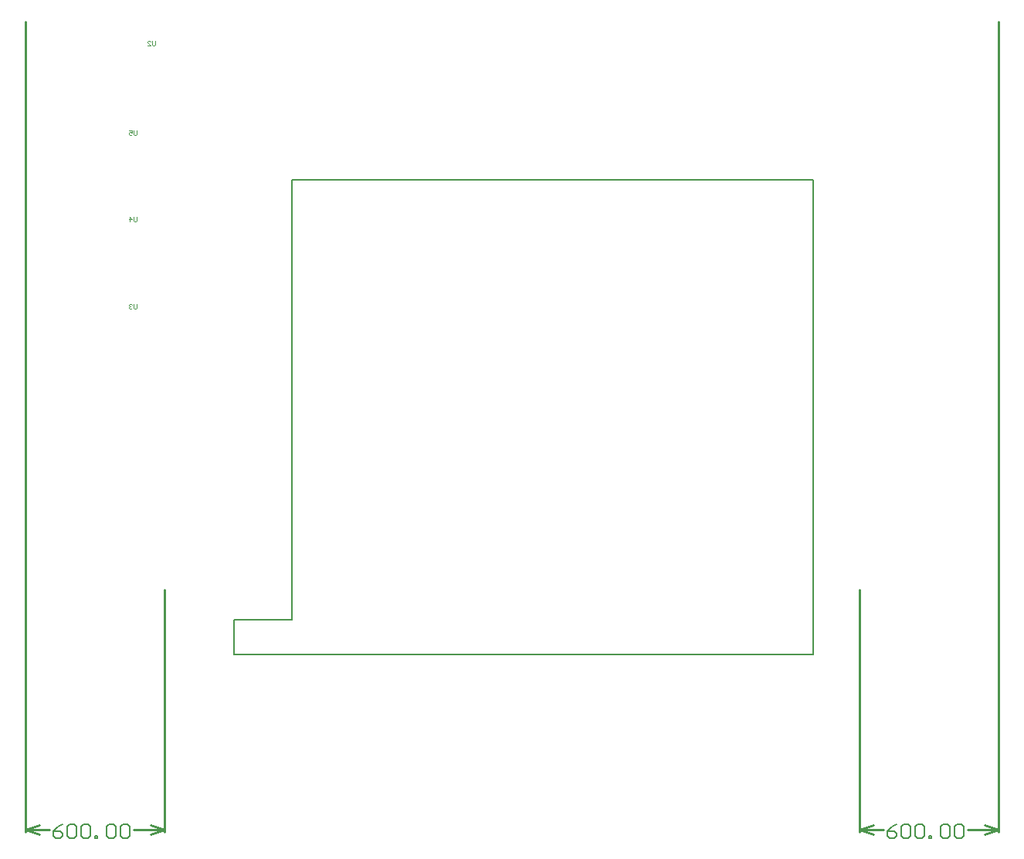
<source format=gbr>
%TF.GenerationSoftware,Altium Limited,Altium Designer,19.1.7 (138)*%
G04 Layer_Color=16711935*
%FSLAX26Y26*%
%MOIN*%
%TF.FileFunction,Other,Mechanical_1*%
%TF.Part,Single*%
G01*
G75*
%TA.AperFunction,NonConductor*%
%ADD49C,0.003937*%
%ADD74C,0.010000*%
%ADD76C,0.006000*%
D49*
X1560000Y4354679D02*
Y4338280D01*
X1556720Y4335000D01*
X1550161D01*
X1546881Y4338280D01*
Y4354679D01*
X1527202Y4335000D02*
X1540321D01*
X1527202Y4348119D01*
Y4351399D01*
X1530482Y4354679D01*
X1537042D01*
X1540321Y4351399D01*
X1480000Y3969679D02*
Y3953280D01*
X1476720Y3950000D01*
X1470161D01*
X1466881Y3953280D01*
Y3969679D01*
X1447202D02*
X1460321D01*
Y3959839D01*
X1453762Y3963119D01*
X1450482D01*
X1447202Y3959839D01*
Y3953280D01*
X1450482Y3950000D01*
X1457042D01*
X1460321Y3953280D01*
X1480000Y3594679D02*
Y3578280D01*
X1476720Y3575000D01*
X1470161D01*
X1466881Y3578280D01*
Y3594679D01*
X1450482Y3575000D02*
Y3594679D01*
X1460321Y3584839D01*
X1447202D01*
X1480000Y3219679D02*
Y3203280D01*
X1476720Y3200000D01*
X1470161D01*
X1466881Y3203280D01*
Y3219679D01*
X1460321Y3216399D02*
X1457042Y3219679D01*
X1450482D01*
X1447202Y3216399D01*
Y3213119D01*
X1450482Y3209839D01*
X1453762D01*
X1450482D01*
X1447202Y3206559D01*
Y3203280D01*
X1450482Y3200000D01*
X1457042D01*
X1460321Y3203280D01*
D74*
X4600000Y950000D02*
X4660000Y970000D01*
X4600000Y950000D02*
X4660000Y930000D01*
X5139999D02*
X5199999Y950000D01*
X5139999Y970000D02*
X5199999Y950000D01*
X4600000D02*
X4703053D01*
X5064946D02*
X5199999D01*
X4600000Y940000D02*
Y1985000D01*
X5199999Y940000D02*
Y4439999D01*
X1540000Y930000D02*
X1600000Y950000D01*
X1540000Y970000D02*
X1600000Y950000D01*
X1000000D02*
X1060000Y970000D01*
X1000000Y950000D02*
X1060000Y930000D01*
X1464947Y950000D02*
X1600000D01*
X1000000D02*
X1103053D01*
X1600000Y940000D02*
Y1985000D01*
X1000000Y940000D02*
Y4440000D01*
D76*
X1900000Y1705000D02*
Y1855000D01*
X2150000D01*
X1900000D02*
X2150000D01*
Y3755000D01*
X1900000Y1705000D02*
X4400000D01*
X2150000Y3755000D02*
X4400000D01*
Y1705000D02*
Y3755000D01*
X4759040Y973990D02*
X4739047Y963994D01*
X4719053Y944000D01*
Y924006D01*
X4729050Y914010D01*
X4749043D01*
X4759040Y924006D01*
Y934003D01*
X4749043Y944000D01*
X4719053D01*
X4779034Y963994D02*
X4789030Y973990D01*
X4809024D01*
X4819021Y963994D01*
Y924006D01*
X4809024Y914010D01*
X4789030D01*
X4779034Y924006D01*
Y963994D01*
X4839014D02*
X4849011Y973990D01*
X4869005D01*
X4879001Y963994D01*
Y924006D01*
X4869005Y914010D01*
X4849011D01*
X4839014Y924006D01*
Y963994D01*
X4898995Y914010D02*
Y924006D01*
X4908992D01*
Y914010D01*
X4898995D01*
X4948979Y963994D02*
X4958975Y973990D01*
X4978969D01*
X4988966Y963994D01*
Y924006D01*
X4978969Y914010D01*
X4958975D01*
X4948979Y924006D01*
Y963994D01*
X5008959D02*
X5018956Y973990D01*
X5038949D01*
X5048946Y963994D01*
Y924006D01*
X5038949Y914010D01*
X5018956D01*
X5008959Y924006D01*
Y963994D01*
X1159040Y973990D02*
X1139047Y963994D01*
X1119053Y944000D01*
Y924006D01*
X1129050Y914010D01*
X1149044D01*
X1159040Y924006D01*
Y934003D01*
X1149044Y944000D01*
X1119053D01*
X1179034Y963994D02*
X1189031Y973990D01*
X1209024D01*
X1219021Y963994D01*
Y924006D01*
X1209024Y914010D01*
X1189031D01*
X1179034Y924006D01*
Y963994D01*
X1239014D02*
X1249011Y973990D01*
X1269005D01*
X1279002Y963994D01*
Y924006D01*
X1269005Y914010D01*
X1249011D01*
X1239014Y924006D01*
Y963994D01*
X1298995Y914010D02*
Y924006D01*
X1308992D01*
Y914010D01*
X1298995D01*
X1348979Y963994D02*
X1358976Y973990D01*
X1378969D01*
X1388966Y963994D01*
Y924006D01*
X1378969Y914010D01*
X1358976D01*
X1348979Y924006D01*
Y963994D01*
X1408959D02*
X1418956Y973990D01*
X1438950D01*
X1448947Y963994D01*
Y924006D01*
X1438950Y914010D01*
X1418956D01*
X1408959Y924006D01*
Y963994D01*
%TF.MD5,fa83b3e262da464b3b360cec28c4362f*%
M02*

</source>
